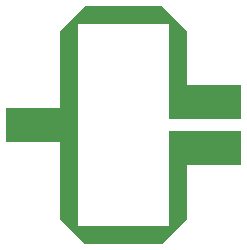
<source format=gbr>
G04 ===== Begin FILE IDENTIFICATION =====*
G04 File Format:  Gerber RS274X*
G04 ===== End FILE IDENTIFICATION =====*
%FSLAX24Y24*%
%MOIN*%
%SFA1.0000B1.0000*%
%OFA0.0B0.0*%
%ADD10C,0.000025*%
%LNcond*%
%IPPOS*%
%LPD*%
G75*
G36*
G01X-7843Y-1336D02*
G01X-6036D01*
G01Y-3911D01*
G01X-5209Y-4738D01*
G01X-2634D01*
G01X-1807Y-3911D01*
G01Y-2104D01*
G01X0D01*
G01Y-968D01*
G01X-2413D01*
G01Y-4132D01*
G01X-5430D01*
G01Y2596D01*
G01X-2413D01*
G01Y-568D01*
G01X0D01*
G01Y568D01*
G01X-1807D01*
G01Y2375D01*
G01X-2634Y3202D01*
G01X-5209D01*
G01X-6036Y2375D01*
G01Y-200D01*
G01X-7843D01*
G01Y-1336D01*
G37*
M02*


</source>
